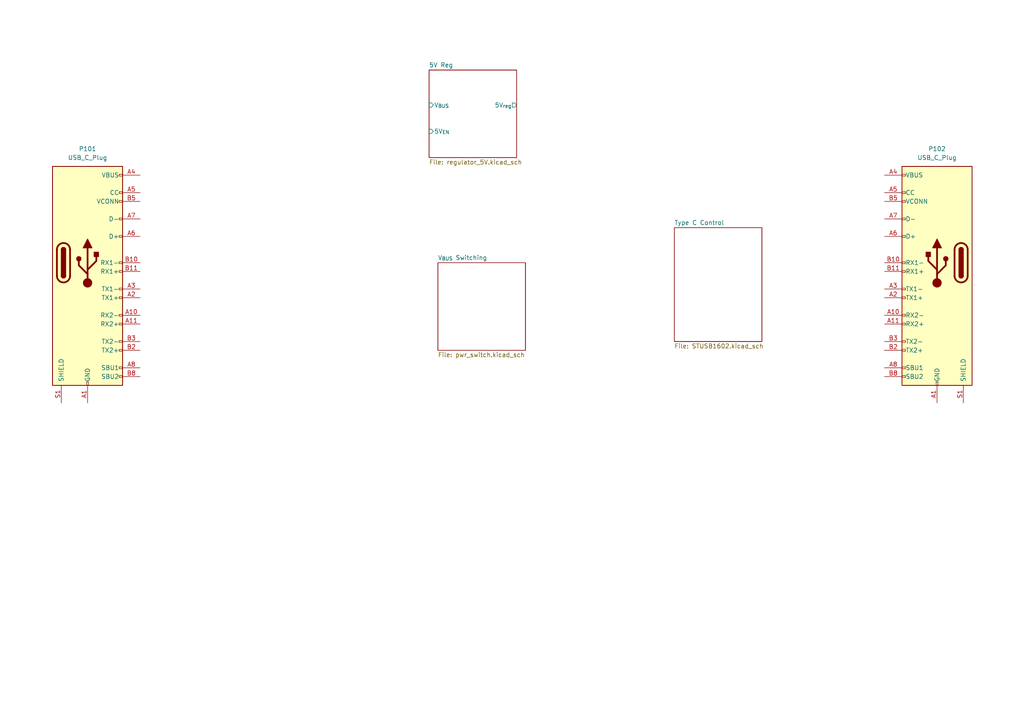
<source format=kicad_sch>
(kicad_sch (version 20250114) (generator "eeschema") (generator_version "9.0")
  (paper "A4")
  (lib_symbols
    (symbol "Connector:USB_C_Plug" (pin_names (offset 1.016))
      (property "Reference" "P" (at -10.16 29.21 0))
      (property "Value" "USB_C_Plug" (at 10.16 29.21 0))
      (symbol "USB_C_Plug_0_0"
        (rectangle (start -0.254 -35.56) (end 0.254 -34.544))
        (rectangle (start 10.16 25.654) (end 9.144 25.146))
        (rectangle (start 10.16 20.574) (end 9.144 20.066))
        (rectangle (start 10.16 18.034) (end 9.144 17.526))
        (rectangle (start 10.16 12.954) (end 9.144 12.446))
        (rectangle (start 10.16 7.874) (end 9.144 7.366))
        (rectangle (start 10.16 0.254) (end 9.144 -0.254))
        (rectangle (start 10.16 -2.286) (end 9.144 -2.794))
        (rectangle (start 10.16 -7.366) (end 9.144 -7.874))
        (rectangle (start 10.16 -9.906) (end 9.144 -10.414))
        (rectangle (start 10.16 -14.986) (end 9.144 -15.494))
        (rectangle (start 10.16 -17.526) (end 9.144 -18.034))
        (rectangle (start 10.16 -22.606) (end 9.144 -23.114))
        (rectangle (start 10.16 -25.146) (end 9.144 -25.654))
        (rectangle (start 10.16 -30.226) (end 9.144 -30.734))
        (rectangle (start 10.16 -32.766) (end 9.144 -33.274))
      )
      (symbol "USB_C_Plug_0_1"
        (rectangle (start -10.16 27.94) (end 10.16 -35.56) (stroke (width 0.254)) (fill (type background)))
        (polyline (pts (xy -8.89 -3.81) (xy -8.89 3.81)) (stroke (width 0.508)))
        (rectangle (start -7.62 -3.81) (end -6.35 3.81) (stroke (width 0.254)) (fill (type outline)))
        (arc (start -7.62 3.81) (mid -6.985 4.4423) (end -6.35 3.81) (stroke (width 0.254)))
        (arc (start -7.62 3.81) (mid -6.985 4.4423) (end -6.35 3.81) (stroke (width 0.254)) (fill (type outline)))
        (arc (start -8.89 3.81) (mid -6.985 5.7067) (end -5.08 3.81) (stroke (width 0.508)))
        (arc (start -5.08 -3.81) (mid -6.985 -5.7067) (end -8.89 -3.81) (stroke (width 0.508)))
        (arc (start -6.35 -3.81) (mid -6.985 -4.4423) (end -7.62 -3.81) (stroke (width 0.254)))
        (arc (start -6.35 -3.81) (mid -6.985 -4.4423) (end -7.62 -3.81) (stroke (width 0.254)) (fill (type outline)))
        (polyline (pts (xy -5.08 3.81) (xy -5.08 -3.81)) (stroke (width 0.508)))
      )
      (symbol "USB_C_Plug_1_1"
        (circle (center -2.54 1.143) (radius 0.635) (stroke (width 0.254)) (fill (type outline)))
        (polyline (pts (xy -1.27 4.318) (xy 0 6.858) (xy 1.27 4.318) (xy -1.27 4.318)) (stroke (width 0.254)) (fill (type outline)))
        (polyline (pts (xy 0 -2.032) (xy 2.54 0.508) (xy 2.54 1.778)) (stroke (width 0.508)))
        (polyline (pts (xy 0 -3.302) (xy -2.54 -0.762) (xy -2.54 0.508)) (stroke (width 0.508)))
        (polyline (pts (xy 0 -5.842) (xy 0 4.318)) (stroke (width 0.508)))
        (circle (center 0 -5.842) (radius 1.27) (fill (type outline)))
        (rectangle (start 1.905 1.778) (end 3.175 3.048) (stroke (width 0.254)) (fill (type outline)))
        (pin passive line (at -7.62 -40.64 90) (length 5.08) (name "SHIELD") (number "S1"))
        (pin passive line (at 0 -40.64 90) (length 5.08) (name "GND") (number "A1"))
        (pin passive line (at 0 -40.64 90) (length 5.08) (hide yes) (name "GND") (number "A12"))
        (pin passive line (at 0 -40.64 90) (length 5.08) (hide yes) (name "GND") (number "B1"))
        (pin passive line (at 0 -40.64 90) (length 5.08) (hide yes) (name "GND") (number "B12"))
        (pin passive line (at 15.24 25.4 180) (length 5.08) (name "VBUS") (number "A4"))
        (pin passive line (at 15.24 25.4 180) (length 5.08) (hide yes) (name "VBUS") (number "A9"))
        (pin passive line (at 15.24 25.4 180) (length 5.08) (hide yes) (name "VBUS") (number "B4"))
        (pin passive line (at 15.24 25.4 180) (length 5.08) (hide yes) (name "VBUS") (number "B9"))
        (pin bidirectional line (at 15.24 20.32 180) (length 5.08) (name "CC") (number "A5"))
        (pin bidirectional line (at 15.24 17.78 180) (length 5.08) (name "VCONN") (number "B5"))
        (pin bidirectional line (at 15.24 12.7 180) (length 5.08) (name "D-") (number "A7"))
        (pin bidirectional line (at 15.24 7.62 180) (length 5.08) (name "D+") (number "A6"))
        (pin bidirectional line (at 15.24 0 180) (length 5.08) (name "RX1-") (number "B10"))
        (pin bidirectional line (at 15.24 -2.54 180) (length 5.08) (name "RX1+") (number "B11"))
        (pin bidirectional line (at 15.24 -7.62 180) (length 5.08) (name "TX1-") (number "A3"))
        (pin bidirectional line (at 15.24 -10.16 180) (length 5.08) (name "TX1+") (number "A2"))
        (pin bidirectional line (at 15.24 -15.24 180) (length 5.08) (name "RX2-") (number "A10"))
        (pin bidirectional line (at 15.24 -17.78 180) (length 5.08) (name "RX2+") (number "A11"))
        (pin bidirectional line (at 15.24 -22.86 180) (length 5.08) (name "TX2-") (number "B3"))
        (pin bidirectional line (at 15.24 -25.4 180) (length 5.08) (name "TX2+") (number "B2"))
        (pin bidirectional line (at 15.24 -30.48 180) (length 5.08) (name "SBU1") (number "A8"))
        (pin bidirectional line (at 15.24 -33.02 180) (length 5.08) (name "SBU2") (number "B8"))
      )
    )
  )
  (symbol (lib_id "Connector:USB_C_Plug") (at 271.78 76.2 0) (mirror y) (unit 1)
    (property "Reference" "P102" (at 271.78 43.18 0))
    (property "Value" "USB_C_Plug" (at 271.78 45.72 0))
    (property "Datasheet" "https://www.usb.org/sites/default/files/documents/usb_type-c.zip" (effects (hide yes)))
    (property "Description" "USB Type-C Plug connector" (effects (hide yes)))
  )
  (symbol (lib_id "Connector:USB_C_Plug") (at 25.4 76.2 0) (unit 1)
    (property "Reference" "P101" (at 25.4 43.18 0))
    (property "Value" "USB_C_Plug" (at 25.4 45.72 0))
    (property "Datasheet" "https://www.usb.org/sites/default/files/documents/usb_type-c.zip" (effects (hide yes)))
    (property "Description" "USB Type-C Plug connector" (effects (hide yes)))
  )
  (sheet (at 195.58 66.04) (size 25.4 33.02) (stroke (width 0.1524))
    (property "Sheetname" "Type C Control" (at 195.58 65.3284 0) (effects (justify left bottom)))
    (property "Sheetfile" "STUSB1602.kicad_sch" (at 195.58 99.6446 0) (effects (justify left top)))
  )
  (sheet (at 124.46 20.32) (size 25.4 25.4) (stroke (width 0.1524))
    (property "Sheetname" "5V Reg" (at 124.46 19.6084 0) (effects (justify left bottom)))
    (property "Sheetfile" "regulator_5V.kicad_sch" (at 124.46 46.3046 0) (effects (justify left top)))
    (pin "5V_{EN}" input (at 124.46 38.1 180))
    (pin "5V_{reg}" output (at 149.86 30.48 0))
    (pin "V_{BUS}" input (at 124.46 30.48 180))
  )
  (sheet (at 127 76.2) (size 25.4 25.4) (stroke (width 0.1524))
    (property "Sheetname" "V_{BUS} Switching" (at 127 75.4884 0) (effects (justify left bottom)))
    (property "Sheetfile" "pwr_switch.kicad_sch" (at 127 102.1846 0) (effects (justify left top)))
  )
)
</source>
